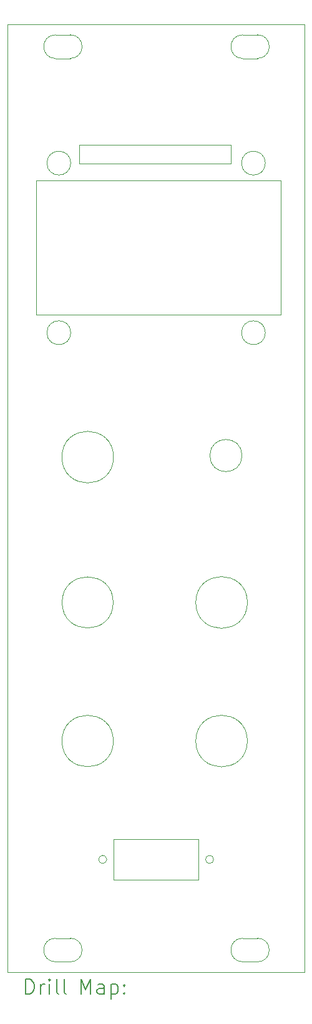
<source format=gbr>
%TF.GenerationSoftware,KiCad,Pcbnew,(7.0.0)*%
%TF.CreationDate,2023-03-19T23:08:43+00:00*%
%TF.ProjectId,panel_microlidian,70616e65-6c5f-46d6-9963-726f6c696469,rev?*%
%TF.SameCoordinates,Original*%
%TF.FileFunction,Drillmap*%
%TF.FilePolarity,Positive*%
%FSLAX45Y45*%
G04 Gerber Fmt 4.5, Leading zero omitted, Abs format (unit mm)*
G04 Created by KiCad (PCBNEW (7.0.0)) date 2023-03-19 23:08:43*
%MOMM*%
%LPD*%
G01*
G04 APERTURE LIST*
%ADD10C,0.050000*%
%ADD11C,0.200000*%
G04 APERTURE END LIST*
D10*
X12683200Y-3558400D02*
X16713200Y-3558400D01*
X16713200Y-3558400D02*
X16713200Y-16408400D01*
X16713200Y-16408400D02*
X12683200Y-16408400D01*
X12683200Y-16408400D02*
X12683200Y-3558400D01*
X15863758Y-9403688D02*
G75*
G03*
X15863758Y-9403688I-218499J0D01*
G01*
X13533200Y-16268400D02*
G75*
G03*
X13533200Y-15948400I0J160000D01*
G01*
X13333200Y-3698400D02*
G75*
G03*
X13333200Y-4018400I0J-160000D01*
G01*
X15873200Y-4018400D02*
X16073200Y-4018400D01*
X16073200Y-4018400D02*
G75*
G03*
X16073200Y-3698400I0J160000D01*
G01*
X14119659Y-9424588D02*
G75*
G03*
X14119659Y-9424588I-350000J0D01*
G01*
X16073200Y-15948400D02*
X15873200Y-15948400D01*
X14123239Y-14604980D02*
X15273239Y-14604980D01*
X15273239Y-14604980D02*
X15273239Y-15154980D01*
X15273239Y-15154980D02*
X14123239Y-15154980D01*
X14123239Y-15154980D02*
X14123239Y-14604980D01*
X15936434Y-11395933D02*
G75*
G03*
X15936434Y-11395933I-350345J0D01*
G01*
X16073200Y-3698400D02*
X15873200Y-3698400D01*
X12683200Y-3558400D02*
X12683200Y-16408400D01*
X16073200Y-16268400D02*
G75*
G03*
X16073200Y-15948400I0J160000D01*
G01*
X13533200Y-3698400D02*
X13333200Y-3698400D01*
X14115731Y-11395884D02*
G75*
G03*
X14115731Y-11395884I-346643J0D01*
G01*
X13333200Y-4018400D02*
X13533200Y-4018400D01*
X14117819Y-13274559D02*
G75*
G03*
X14117819Y-13274559I-348730J0D01*
G01*
X16713200Y-16408400D02*
X16713200Y-3558400D01*
X13333200Y-15948400D02*
G75*
G03*
X13333200Y-16268400I0J-160000D01*
G01*
X12683200Y-16408400D02*
X16713200Y-16408400D01*
X13539792Y-7738027D02*
G75*
G03*
X13539792Y-7738027I-161522J0D01*
G01*
X15873200Y-16268400D02*
X16073200Y-16268400D01*
X16713200Y-3558400D02*
X12683200Y-3558400D01*
X13533200Y-4018400D02*
G75*
G03*
X13533200Y-3698400I0J160000D01*
G01*
X13333200Y-16268400D02*
X13533200Y-16268400D01*
X15873200Y-3698400D02*
G75*
G03*
X15873200Y-4018400I0J-160000D01*
G01*
X14028239Y-14879980D02*
G75*
G03*
X14028239Y-14879980I-55000J0D01*
G01*
X13539792Y-5438027D02*
G75*
G03*
X13539792Y-5438027I-161522J0D01*
G01*
X15478239Y-14879980D02*
G75*
G03*
X15478239Y-14879980I-55000J0D01*
G01*
X13075049Y-5675827D02*
X16389749Y-5675827D01*
X16389749Y-5675827D02*
X16389749Y-7491927D01*
X16389749Y-7491927D02*
X13075049Y-7491927D01*
X13075049Y-7491927D02*
X13075049Y-5675827D01*
X15936089Y-13274560D02*
G75*
G03*
X15936089Y-13274560I-350000J0D01*
G01*
X16179792Y-7738027D02*
G75*
G03*
X16179792Y-7738027I-161522J0D01*
G01*
X15873200Y-15948400D02*
G75*
G03*
X15873200Y-16268400I0J-160000D01*
G01*
X16179631Y-5438147D02*
G75*
G03*
X16179631Y-5438147I-161522J0D01*
G01*
X13654689Y-5189627D02*
X15712089Y-5189627D01*
X15712089Y-5189627D02*
X15712089Y-5443627D01*
X15712089Y-5443627D02*
X13654689Y-5443627D01*
X13654689Y-5443627D02*
X13654689Y-5189627D01*
X13533200Y-15948400D02*
X13333200Y-15948400D01*
D11*
X12928319Y-16704376D02*
X12928319Y-16504376D01*
X12928319Y-16504376D02*
X12975938Y-16504376D01*
X12975938Y-16504376D02*
X13004509Y-16513900D01*
X13004509Y-16513900D02*
X13023557Y-16532948D01*
X13023557Y-16532948D02*
X13033081Y-16551995D01*
X13033081Y-16551995D02*
X13042605Y-16590090D01*
X13042605Y-16590090D02*
X13042605Y-16618662D01*
X13042605Y-16618662D02*
X13033081Y-16656757D01*
X13033081Y-16656757D02*
X13023557Y-16675805D01*
X13023557Y-16675805D02*
X13004509Y-16694852D01*
X13004509Y-16694852D02*
X12975938Y-16704376D01*
X12975938Y-16704376D02*
X12928319Y-16704376D01*
X13128319Y-16704376D02*
X13128319Y-16571043D01*
X13128319Y-16609138D02*
X13137843Y-16590090D01*
X13137843Y-16590090D02*
X13147367Y-16580567D01*
X13147367Y-16580567D02*
X13166414Y-16571043D01*
X13166414Y-16571043D02*
X13185462Y-16571043D01*
X13252128Y-16704376D02*
X13252128Y-16571043D01*
X13252128Y-16504376D02*
X13242605Y-16513900D01*
X13242605Y-16513900D02*
X13252128Y-16523424D01*
X13252128Y-16523424D02*
X13261652Y-16513900D01*
X13261652Y-16513900D02*
X13252128Y-16504376D01*
X13252128Y-16504376D02*
X13252128Y-16523424D01*
X13375938Y-16704376D02*
X13356890Y-16694852D01*
X13356890Y-16694852D02*
X13347367Y-16675805D01*
X13347367Y-16675805D02*
X13347367Y-16504376D01*
X13480700Y-16704376D02*
X13461652Y-16694852D01*
X13461652Y-16694852D02*
X13452128Y-16675805D01*
X13452128Y-16675805D02*
X13452128Y-16504376D01*
X13676890Y-16704376D02*
X13676890Y-16504376D01*
X13676890Y-16504376D02*
X13743557Y-16647233D01*
X13743557Y-16647233D02*
X13810224Y-16504376D01*
X13810224Y-16504376D02*
X13810224Y-16704376D01*
X13991176Y-16704376D02*
X13991176Y-16599614D01*
X13991176Y-16599614D02*
X13981652Y-16580567D01*
X13981652Y-16580567D02*
X13962605Y-16571043D01*
X13962605Y-16571043D02*
X13924509Y-16571043D01*
X13924509Y-16571043D02*
X13905462Y-16580567D01*
X13991176Y-16694852D02*
X13972128Y-16704376D01*
X13972128Y-16704376D02*
X13924509Y-16704376D01*
X13924509Y-16704376D02*
X13905462Y-16694852D01*
X13905462Y-16694852D02*
X13895938Y-16675805D01*
X13895938Y-16675805D02*
X13895938Y-16656757D01*
X13895938Y-16656757D02*
X13905462Y-16637709D01*
X13905462Y-16637709D02*
X13924509Y-16628186D01*
X13924509Y-16628186D02*
X13972128Y-16628186D01*
X13972128Y-16628186D02*
X13991176Y-16618662D01*
X14086414Y-16571043D02*
X14086414Y-16771043D01*
X14086414Y-16580567D02*
X14105462Y-16571043D01*
X14105462Y-16571043D02*
X14143557Y-16571043D01*
X14143557Y-16571043D02*
X14162605Y-16580567D01*
X14162605Y-16580567D02*
X14172128Y-16590090D01*
X14172128Y-16590090D02*
X14181652Y-16609138D01*
X14181652Y-16609138D02*
X14181652Y-16666281D01*
X14181652Y-16666281D02*
X14172128Y-16685328D01*
X14172128Y-16685328D02*
X14162605Y-16694852D01*
X14162605Y-16694852D02*
X14143557Y-16704376D01*
X14143557Y-16704376D02*
X14105462Y-16704376D01*
X14105462Y-16704376D02*
X14086414Y-16694852D01*
X14267367Y-16685328D02*
X14276890Y-16694852D01*
X14276890Y-16694852D02*
X14267367Y-16704376D01*
X14267367Y-16704376D02*
X14257843Y-16694852D01*
X14257843Y-16694852D02*
X14267367Y-16685328D01*
X14267367Y-16685328D02*
X14267367Y-16704376D01*
X14267367Y-16580567D02*
X14276890Y-16590090D01*
X14276890Y-16590090D02*
X14267367Y-16599614D01*
X14267367Y-16599614D02*
X14257843Y-16590090D01*
X14257843Y-16590090D02*
X14267367Y-16580567D01*
X14267367Y-16580567D02*
X14267367Y-16599614D01*
M02*

</source>
